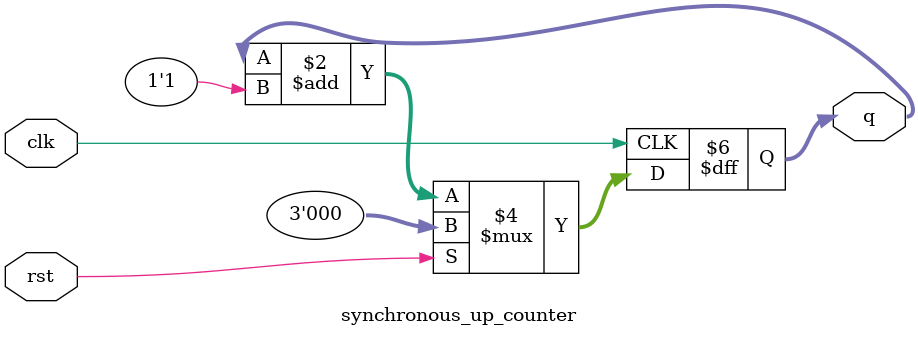
<source format=v>
module synchronous_up_counter(
    input  wire clk,
    input  wire rst,      // synchronous reset
    output reg  [2:0] q
);

always @(posedge clk) begin
    if (rst)
        q <= 3'b000;
    else
        q <= q + 1'b1;
end

endmodule

</source>
